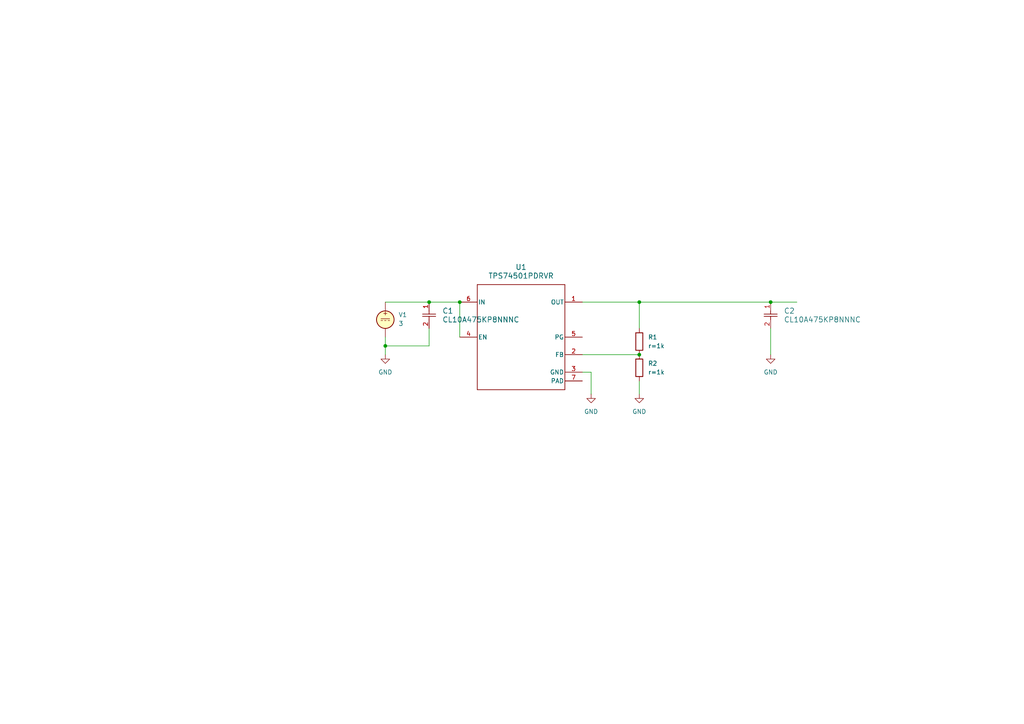
<source format=kicad_sch>
(kicad_sch (version 20231120) (generator "eeschema") (generator_version "8.0")
  (paper "A4")
  (lib_symbols
    (symbol "Cap4.7uF:CL10A475KP8NNNC" (pin_names (offset 0.254))
      (property "Reference" "C" (at 3.81 3.81 0))
      (property "Value" "CL10A475KP8NNNC" (at 3.81 -3.81 0))
      (symbol "CL10A475KP8NNNC_1_1"
        (polyline (pts (xy 2.54 0) (xy 3.4798 0)) (stroke (width 0.2032)))
        (polyline (pts (xy 3.4798 -1.905) (xy 3.4798 1.905)) (stroke (width 0.2032)))
        (polyline (pts (xy 4.1148 -1.905) (xy 4.1148 1.905)) (stroke (width 0.2032)))
        (polyline (pts (xy 4.1148 0) (xy 5.08 0)) (stroke (width 0.2032)))
        (pin unspecified line (at 0 0 0) (length 2.54) (name "") (number "1"))
        (pin unspecified line (at 7.62 0 180) (length 2.54) (name "") (number "2"))
      )
      (symbol "CL10A475KP8NNNC_1_2"
        (polyline (pts (xy -1.905 -4.1148) (xy 1.905 -4.1148)) (stroke (width 0.2032)))
        (polyline (pts (xy -1.905 -3.4798) (xy 1.905 -3.4798)) (stroke (width 0.2032)))
        (polyline (pts (xy 0 -4.1148) (xy 0 -5.08)) (stroke (width 0.2032)))
        (polyline (pts (xy 0 -2.54) (xy 0 -3.4798)) (stroke (width 0.2032)))
        (pin unspecified line (at 0 0 270) (length 2.54) (name "") (number "1"))
        (pin unspecified line (at 0 -7.62 90) (length 2.54) (name "") (number "2"))
      )
    )
    (symbol "Device:R" (pin_numbers hide) (pin_names (offset 0))
      (property "Reference" "R" (at 2.032 0 90))
      (property "Value" "R" (at 0 0 90))
      (symbol "R_0_1"
        (rectangle (start -1.016 -2.54) (end 1.016 2.54) (stroke (width 0.254)))
      )
      (symbol "R_1_1"
        (pin passive line (at 0 3.81 270) (length 1.27) (name "~") (number "1"))
        (pin passive line (at 0 -3.81 90) (length 1.27) (name "~") (number "2"))
      )
    )
    (symbol "LDO:TPS74501PDRVR" (pin_names (offset 0.254))
      (property "Reference" "U" (at 0 2.54 0))
      (property "Value" "TPS74501PDRVR" (at 0 0 0))
      (symbol "TPS74501PDRVR_0_1"
        (polyline (pts (xy -12.7 -15.24) (xy 12.7 -15.24)) (stroke (width 0.2032)))
        (polyline (pts (xy -12.7 15.24) (xy -12.7 -15.24)) (stroke (width 0.2032)))
        (polyline (pts (xy 12.7 -15.24) (xy 12.7 15.24)) (stroke (width 0.2032)))
        (polyline (pts (xy 12.7 15.24) (xy -12.7 15.24)) (stroke (width 0.2032)))
        (pin power_in line (at 17.78 10.16 180) (length 5.08) (name "OUT") (number "1"))
        (pin input line (at 17.78 -5.08 180) (length 5.08) (name "FB") (number "2"))
        (pin power_in line (at 17.78 -10.16 180) (length 5.08) (name "GND") (number "3"))
        (pin input line (at -17.78 0 0) (length 5.08) (name "EN") (number "4"))
        (pin open_collector line (at 17.78 0 180) (length 5.08) (name "PG") (number "5"))
        (pin power_in line (at -17.78 10.16 0) (length 5.08) (name "IN") (number "6"))
        (pin power_in line (at 17.78 -12.7 180) (length 5.08) (name "PAD") (number "7"))
      )
    )
    (symbol "Simulation_SPICE:VDC" (pin_numbers hide) (pin_names (offset 0.0254))
      (property "Reference" "V" (at 2.54 2.54 0))
      (property "Value" "1" (at 2.54 0 0))
      (symbol "VDC_0_0"
        (polyline (pts (xy -1.27 0.254) (xy 1.27 0.254)))
        (polyline (pts (xy -0.762 -0.254) (xy -1.27 -0.254)))
        (polyline (pts (xy 0.254 -0.254) (xy -0.254 -0.254)))
        (polyline (pts (xy 1.27 -0.254) (xy 0.762 -0.254)))
        (text "+" (at 0 1.905 0) (effects (font (size 1.27 1.27))))
      )
      (symbol "VDC_0_1"
        (circle (center 0 0) (radius 2.54) (stroke (width 0.254)) (fill (type background)))
      )
      (symbol "VDC_1_1"
        (pin passive line (at 0 5.08 270) (length 2.54) (name "~") (number "1"))
        (pin passive line (at 0 -5.08 90) (length 2.54) (name "~") (number "2"))
      )
    )
    (symbol "power:GND" (power) (pin_numbers hide) (pin_names (offset 0) hide)
      (property "Value" "GND" (at 0 -3.81 0))
      (symbol "GND_0_1"
        (polyline (pts (xy 0 0) (xy 0 -1.27) (xy 1.27 -1.27) (xy 0 -2.54) (xy -1.27 -1.27) (xy 0 -1.27)))
      )
      (symbol "GND_1_1"
        (pin power_in line (at 0 0 270) (length 0) (name "~") (number "1"))
      )
    )
  )
  (junction (at 111.76 100.33))
  (junction (at 185.42 102.87))
  (junction (at 124.46 87.63))
  (junction (at 133.35 87.63))
  (junction (at 223.52 87.63))
  (junction (at 185.42 87.63))
  (wire (pts (xy 185.42 87.63) (xy 223.52 87.63)))
  (wire (pts (xy 168.91 87.63) (xy 185.42 87.63)))
  (wire (pts (xy 124.46 100.33) (xy 124.46 95.25)))
  (wire (pts (xy 185.42 87.63) (xy 185.42 95.25)))
  (wire (pts (xy 223.52 87.63) (xy 231.14 87.63)))
  (wire (pts (xy 111.76 100.33) (xy 124.46 100.33)))
  (wire (pts (xy 124.46 87.63) (xy 133.35 87.63)))
  (wire (pts (xy 111.76 87.63) (xy 124.46 87.63)))
  (wire (pts (xy 111.76 100.33) (xy 111.76 102.87)))
  (wire (pts (xy 171.45 107.95) (xy 171.45 114.3)))
  (wire (pts (xy 223.52 95.25) (xy 223.52 102.87)))
  (wire (pts (xy 168.91 107.95) (xy 171.45 107.95)))
  (wire (pts (xy 111.76 97.79) (xy 111.76 100.33)))
  (wire (pts (xy 133.35 87.63) (xy 133.35 97.79)))
  (wire (pts (xy 185.42 110.49) (xy 185.42 114.3)))
  (wire (pts (xy 168.91 102.87) (xy 185.42 102.87)))
  (symbol (lib_id "power:GND") (at 111.76 102.87 0) (unit 1)
    (property "Reference" "#PWR01" (effects (hide yes)))
    (property "Value" "GND" (at 111.76 107.95 0))
    (property "Description" "Power symbol creates a global label with name \"GND\" , ground" (effects (hide yes)))
  )
  (symbol (lib_id "Cap4.7uF:CL10A475KP8NNNC") (at 124.46 87.63 270) (unit 1)
    (property "Reference" "C1" (at 128.27 90.1699 90) (effects (font (size 1.524 1.524)) (justify left)))
    (property "Value" "CL10A475KP8NNNC" (at 128.27 92.7099 90) (effects (font (size 1.524 1.524)) (justify left)))
    (property "Footprint" "CAP_0603_CL10A_1P6XP8_SAM" (effects (hide yes)))
    (property "Datasheet" "CL10A475KP8NNNC" (effects (hide yes)))
    (property "Sim.Library" "/home/maxwell/github-repos/sp-24-EE628/6_Test/2_PCB/test_board_1/TestBoardEDA/models/CL10A475KP8NNN_Precise_DC0V_25degC_P.lib" (effects (hide yes)))
    (property "Sim.Name" "CL10A475KP8NNN_Precise_DC0V_25degC" (effects (hide yes)))
    (property "Sim.Device" "SUBCKT" (effects (hide yes)))
    (property "Sim.Pins" "1=1 2=2" (effects (hide yes)))
  )
  (symbol (lib_id "Device:R") (at 185.42 99.06 0) (unit 1)
    (property "Reference" "R1" (at 187.96 97.7899 0) (effects (justify left)))
    (property "Value" "${SIM.PARAMS}" (at 187.96 100.3299 0) (effects (justify left)))
    (property "Description" "Resistor" (effects (hide yes)))
    (property "Sim.Device" "R" (effects (hide yes)))
    (property "Sim.Type" "=" (effects (hide yes)))
    (property "Sim.Params" "r=1k" (effects (hide yes)))
    (property "Sim.Pins" "1=+ 2=-" (effects (hide yes)))
  )
  (symbol (lib_id "power:GND") (at 223.52 102.87 0) (unit 1)
    (property "Reference" "#PWR02" (effects (hide yes)))
    (property "Value" "GND" (at 223.52 107.95 0))
    (property "Description" "Power symbol creates a global label with name \"GND\" , ground" (effects (hide yes)))
  )
  (symbol (lib_id "power:GND") (at 171.45 114.3 0) (unit 1)
    (property "Reference" "#PWR03" (effects (hide yes)))
    (property "Value" "GND" (at 171.45 119.38 0))
    (property "Description" "Power symbol creates a global label with name \"GND\" , ground" (effects (hide yes)))
  )
  (symbol (lib_id "LDO:TPS74501PDRVR") (at 151.13 97.79 0) (unit 1)
    (property "Reference" "U1" (at 151.13 77.47 0) (effects (font (size 1.524 1.524))))
    (property "Value" "TPS74501PDRVR" (at 151.13 80.01 0) (effects (font (size 1.524 1.524))))
    (property "Footprint" "DRV0006A" (effects (hide yes)))
    (property "Datasheet" "TPS74501PDRVR" (effects (hide yes)))
    (property "Sim.Library" "/home/maxwell/github-repos/sp-24-EE628/6_Test/2_PCB/test_board_1/TestBoardEDA/models/TPS74501P_TRANS.lib" (effects (hide yes)))
    (property "Sim.Name" "TPS74501P_TRANS" (effects (hide yes)))
    (property "Sim.Device" "SUBCKT" (effects (hide yes)))
    (property "Sim.Pins" "1=VOUT 2=FB 3=GND 4=EN 5=PG 6=VIN" (effects (hide yes)))
  )
  (symbol (lib_id "Cap4.7uF:CL10A475KP8NNNC") (at 223.52 87.63 270) (unit 1)
    (property "Reference" "C2" (at 227.33 90.1699 90) (effects (font (size 1.524 1.524)) (justify left)))
    (property "Value" "CL10A475KP8NNNC" (at 227.33 92.7099 90) (effects (font (size 1.524 1.524)) (justify left)))
    (property "Footprint" "CAP_0603_CL10A_1P6XP8_SAM" (effects (hide yes)))
    (property "Datasheet" "CL10A475KP8NNNC" (effects (hide yes)))
    (property "Sim.Library" "/home/maxwell/github-repos/sp-24-EE628/6_Test/2_PCB/test_board_1/TestBoardEDA/models/CL10A475KP8NNN_Precise_DC0V_25degC_P.lib" (effects (hide yes)))
    (property "Sim.Name" "CL10A475KP8NNN_Precise_DC0V_25degC" (effects (hide yes)))
    (property "Sim.Device" "SUBCKT" (effects (hide yes)))
    (property "Sim.Pins" "1=1 2=2" (effects (hide yes)))
  )
  (symbol (lib_id "power:GND") (at 185.42 114.3 0) (unit 1)
    (property "Reference" "#PWR04" (effects (hide yes)))
    (property "Value" "GND" (at 185.42 119.38 0))
    (property "Description" "Power symbol creates a global label with name \"GND\" , ground" (effects (hide yes)))
  )
  (symbol (lib_id "Simulation_SPICE:VDC") (at 111.76 92.71 0) (unit 1)
    (property "Reference" "V1" (at 115.57 91.3101 0) (effects (justify left)))
    (property "Value" "3" (at 115.57 93.8501 0) (effects (justify left)))
    (property "Datasheet" "https://ngspice.sourceforge.io/docs/ngspice-html-manual/manual.xhtml#sec_Independent_Sources_for" (effects (hide yes)))
    (property "Description" "Voltage source, DC" (effects (hide yes)))
    (property "Sim.Pins" "1=+ 2=-" (effects (hide yes)))
    (property "Sim.Type" "DC" (effects (hide yes)))
    (property "Sim.Device" "V" (effects (hide yes)))
  )
  (symbol (lib_id "Device:R") (at 185.42 106.68 0) (unit 1)
    (property "Reference" "R2" (at 187.96 105.4099 0) (effects (justify left)))
    (property "Value" "${SIM.PARAMS}" (at 187.96 107.9499 0) (effects (justify left)))
    (property "Description" "Resistor" (effects (hide yes)))
    (property "Sim.Device" "R" (effects (hide yes)))
    (property "Sim.Type" "=" (effects (hide yes)))
    (property "Sim.Params" "r=1k" (effects (hide yes)))
    (property "Sim.Pins" "1=+ 2=-" (effects (hide yes)))
  )
)
</source>
